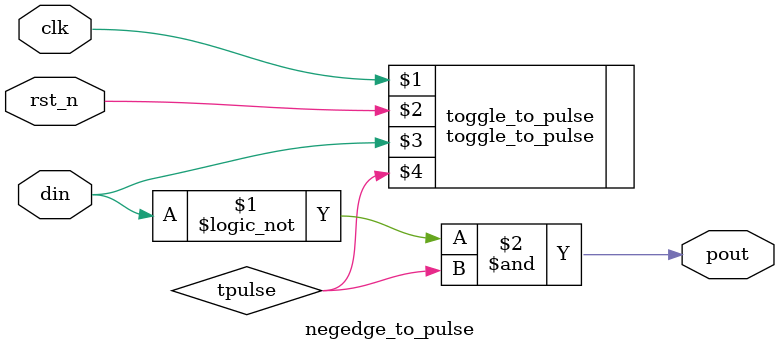
<source format=v>
module negedge_to_pulse (clk, rst_n, din, pout);
   input clk, rst_n;
   input din;
   output pout;

   wire   tpulse;

   toggle_to_pulse toggle_to_pulse(clk, rst_n, din, tpulse);

   assign pout = (!din) & tpulse;
   
endmodule

</source>
